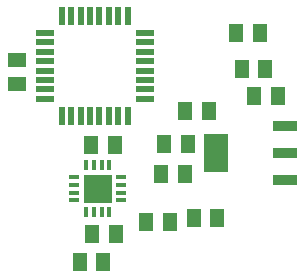
<source format=gtp>
G04 EAGLE Gerber RS-274X export*
G75*
%MOMM*%
%FSLAX34Y34*%
%LPD*%
%INSolderpaste Top*%
%IPPOS*%
%AMOC8*
5,1,8,0,0,1.08239X$1,22.5*%
G01*
%ADD10R,0.304800X0.965200*%
%ADD11R,0.965200X0.304800*%
%ADD12R,2.438400X2.438400*%
%ADD13R,1.600000X0.550000*%
%ADD14R,0.550000X1.600000*%
%ADD15R,1.300000X1.600000*%
%ADD16R,1.600000X1.300000*%
%ADD17R,1.300000X1.500000*%
%ADD18R,2.150000X0.950000*%
%ADD19R,2.150000X3.250000*%


D10*
X141830Y113919D03*
X135330Y113919D03*
X128830Y113919D03*
X122330Y113919D03*
D11*
X112141Y103730D03*
X112141Y97230D03*
X112141Y90730D03*
X112141Y84230D03*
D10*
X122330Y74041D03*
X128830Y74041D03*
X135330Y74041D03*
X141830Y74041D03*
D11*
X152019Y84230D03*
X152019Y90730D03*
X152019Y97230D03*
X152019Y103730D03*
D12*
X132080Y93980D03*
D13*
X87040Y226120D03*
X87040Y218120D03*
X87040Y210120D03*
X87040Y202120D03*
X87040Y194120D03*
X87040Y186120D03*
X87040Y178120D03*
X87040Y170120D03*
X172040Y170120D03*
X172040Y178120D03*
X172040Y186120D03*
X172040Y194120D03*
X172040Y202120D03*
X172040Y210120D03*
X172040Y218120D03*
X172040Y226120D03*
D14*
X101540Y155620D03*
X109540Y155620D03*
X117540Y155620D03*
X125540Y155620D03*
X133540Y155620D03*
X141540Y155620D03*
X149540Y155620D03*
X157540Y155620D03*
X157540Y240620D03*
X149540Y240620D03*
X141540Y240620D03*
X133540Y240620D03*
X125540Y240620D03*
X117540Y240620D03*
X109540Y240620D03*
X101540Y240620D03*
D15*
X185580Y106680D03*
X205580Y106680D03*
X192880Y66040D03*
X172880Y66040D03*
X147160Y55880D03*
X127160Y55880D03*
D16*
X63500Y183040D03*
X63500Y203040D03*
D15*
X269080Y226060D03*
X249080Y226060D03*
X205900Y160020D03*
X225900Y160020D03*
X264320Y172720D03*
X284320Y172720D03*
D17*
X254660Y195580D03*
X273660Y195580D03*
D18*
X290620Y101460D03*
X290620Y124460D03*
X290620Y147460D03*
D19*
X232620Y124460D03*
D17*
X214020Y69215D03*
X233020Y69215D03*
X117500Y32385D03*
X136500Y32385D03*
D15*
X126525Y130810D03*
X146525Y130810D03*
X188120Y132080D03*
X208120Y132080D03*
M02*

</source>
